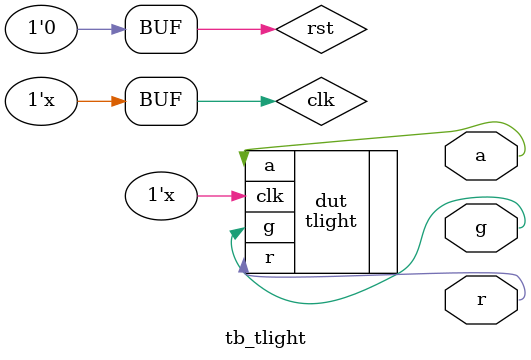
<source format=sv>
`timescale 1ns / 1ps

module tb_tlight(
	output r,
	output a,
	output g);

	logic clk;	// clock signal we are going to generate
	logic rst;

	// instantiate design under test (dut)
	tlight dut(.clk(clk), .r(r), .a(a), .g(g));

	initial
		begin
			clk = 0;
			rst = 1; // yl: at time=0, set reset to active
			#2 rst = 0; // after 2 clock ticks set reset to inactive (0)
		end

	always #5
		clk <= !clk;

	always @ (negedge clk)
		$display("time=%05d: (r,a,g) = (%1d, %1d, %1d)",
			$time,
			r,a,g);

endmodule
</source>
